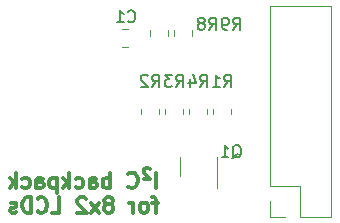
<source format=gbr>
%TF.GenerationSoftware,KiCad,Pcbnew,7.0.9*%
%TF.CreationDate,2024-02-11T18:26:08+01:00*%
%TF.ProjectId,8x2 backpack,38783220-6261-4636-9b70-61636b2e6b69,rev?*%
%TF.SameCoordinates,Original*%
%TF.FileFunction,Legend,Bot*%
%TF.FilePolarity,Positive*%
%FSLAX46Y46*%
G04 Gerber Fmt 4.6, Leading zero omitted, Abs format (unit mm)*
G04 Created by KiCad (PCBNEW 7.0.9) date 2024-02-11 18:26:08*
%MOMM*%
%LPD*%
G01*
G04 APERTURE LIST*
%ADD10C,0.300000*%
%ADD11C,0.150000*%
%ADD12C,0.120000*%
G04 APERTURE END LIST*
D10*
X48515108Y-50564304D02*
X48515108Y-49264304D01*
X47957964Y-48954780D02*
X47834155Y-48892876D01*
X47834155Y-48892876D02*
X47648441Y-48892876D01*
X47648441Y-48892876D02*
X47524631Y-48954780D01*
X47524631Y-48954780D02*
X47462726Y-49078590D01*
X47462726Y-49078590D02*
X47462726Y-49202400D01*
X47462726Y-49202400D02*
X47524631Y-49326209D01*
X47524631Y-49326209D02*
X47957964Y-49759542D01*
X47957964Y-49759542D02*
X47462726Y-49759542D01*
X46162727Y-50440495D02*
X46224631Y-50502400D01*
X46224631Y-50502400D02*
X46410346Y-50564304D01*
X46410346Y-50564304D02*
X46534155Y-50564304D01*
X46534155Y-50564304D02*
X46719869Y-50502400D01*
X46719869Y-50502400D02*
X46843679Y-50378590D01*
X46843679Y-50378590D02*
X46905584Y-50254780D01*
X46905584Y-50254780D02*
X46967488Y-50007161D01*
X46967488Y-50007161D02*
X46967488Y-49821447D01*
X46967488Y-49821447D02*
X46905584Y-49573828D01*
X46905584Y-49573828D02*
X46843679Y-49450019D01*
X46843679Y-49450019D02*
X46719869Y-49326209D01*
X46719869Y-49326209D02*
X46534155Y-49264304D01*
X46534155Y-49264304D02*
X46410346Y-49264304D01*
X46410346Y-49264304D02*
X46224631Y-49326209D01*
X46224631Y-49326209D02*
X46162727Y-49388114D01*
X44615108Y-50564304D02*
X44615108Y-49264304D01*
X44615108Y-49759542D02*
X44491298Y-49697638D01*
X44491298Y-49697638D02*
X44243679Y-49697638D01*
X44243679Y-49697638D02*
X44119870Y-49759542D01*
X44119870Y-49759542D02*
X44057965Y-49821447D01*
X44057965Y-49821447D02*
X43996060Y-49945257D01*
X43996060Y-49945257D02*
X43996060Y-50316685D01*
X43996060Y-50316685D02*
X44057965Y-50440495D01*
X44057965Y-50440495D02*
X44119870Y-50502400D01*
X44119870Y-50502400D02*
X44243679Y-50564304D01*
X44243679Y-50564304D02*
X44491298Y-50564304D01*
X44491298Y-50564304D02*
X44615108Y-50502400D01*
X42881775Y-50564304D02*
X42881775Y-49883352D01*
X42881775Y-49883352D02*
X42943680Y-49759542D01*
X42943680Y-49759542D02*
X43067489Y-49697638D01*
X43067489Y-49697638D02*
X43315108Y-49697638D01*
X43315108Y-49697638D02*
X43438918Y-49759542D01*
X42881775Y-50502400D02*
X43005584Y-50564304D01*
X43005584Y-50564304D02*
X43315108Y-50564304D01*
X43315108Y-50564304D02*
X43438918Y-50502400D01*
X43438918Y-50502400D02*
X43500822Y-50378590D01*
X43500822Y-50378590D02*
X43500822Y-50254780D01*
X43500822Y-50254780D02*
X43438918Y-50130971D01*
X43438918Y-50130971D02*
X43315108Y-50069066D01*
X43315108Y-50069066D02*
X43005584Y-50069066D01*
X43005584Y-50069066D02*
X42881775Y-50007161D01*
X41705585Y-50502400D02*
X41829394Y-50564304D01*
X41829394Y-50564304D02*
X42077013Y-50564304D01*
X42077013Y-50564304D02*
X42200823Y-50502400D01*
X42200823Y-50502400D02*
X42262728Y-50440495D01*
X42262728Y-50440495D02*
X42324632Y-50316685D01*
X42324632Y-50316685D02*
X42324632Y-49945257D01*
X42324632Y-49945257D02*
X42262728Y-49821447D01*
X42262728Y-49821447D02*
X42200823Y-49759542D01*
X42200823Y-49759542D02*
X42077013Y-49697638D01*
X42077013Y-49697638D02*
X41829394Y-49697638D01*
X41829394Y-49697638D02*
X41705585Y-49759542D01*
X41148442Y-50564304D02*
X41148442Y-49264304D01*
X41024632Y-50069066D02*
X40653204Y-50564304D01*
X40653204Y-49697638D02*
X41148442Y-50192876D01*
X40096061Y-49697638D02*
X40096061Y-50997638D01*
X40096061Y-49759542D02*
X39972251Y-49697638D01*
X39972251Y-49697638D02*
X39724632Y-49697638D01*
X39724632Y-49697638D02*
X39600823Y-49759542D01*
X39600823Y-49759542D02*
X39538918Y-49821447D01*
X39538918Y-49821447D02*
X39477013Y-49945257D01*
X39477013Y-49945257D02*
X39477013Y-50316685D01*
X39477013Y-50316685D02*
X39538918Y-50440495D01*
X39538918Y-50440495D02*
X39600823Y-50502400D01*
X39600823Y-50502400D02*
X39724632Y-50564304D01*
X39724632Y-50564304D02*
X39972251Y-50564304D01*
X39972251Y-50564304D02*
X40096061Y-50502400D01*
X38362728Y-50564304D02*
X38362728Y-49883352D01*
X38362728Y-49883352D02*
X38424633Y-49759542D01*
X38424633Y-49759542D02*
X38548442Y-49697638D01*
X38548442Y-49697638D02*
X38796061Y-49697638D01*
X38796061Y-49697638D02*
X38919871Y-49759542D01*
X38362728Y-50502400D02*
X38486537Y-50564304D01*
X38486537Y-50564304D02*
X38796061Y-50564304D01*
X38796061Y-50564304D02*
X38919871Y-50502400D01*
X38919871Y-50502400D02*
X38981775Y-50378590D01*
X38981775Y-50378590D02*
X38981775Y-50254780D01*
X38981775Y-50254780D02*
X38919871Y-50130971D01*
X38919871Y-50130971D02*
X38796061Y-50069066D01*
X38796061Y-50069066D02*
X38486537Y-50069066D01*
X38486537Y-50069066D02*
X38362728Y-50007161D01*
X37186538Y-50502400D02*
X37310347Y-50564304D01*
X37310347Y-50564304D02*
X37557966Y-50564304D01*
X37557966Y-50564304D02*
X37681776Y-50502400D01*
X37681776Y-50502400D02*
X37743681Y-50440495D01*
X37743681Y-50440495D02*
X37805585Y-50316685D01*
X37805585Y-50316685D02*
X37805585Y-49945257D01*
X37805585Y-49945257D02*
X37743681Y-49821447D01*
X37743681Y-49821447D02*
X37681776Y-49759542D01*
X37681776Y-49759542D02*
X37557966Y-49697638D01*
X37557966Y-49697638D02*
X37310347Y-49697638D01*
X37310347Y-49697638D02*
X37186538Y-49759542D01*
X36629395Y-50564304D02*
X36629395Y-49264304D01*
X36505585Y-50069066D02*
X36134157Y-50564304D01*
X36134157Y-49697638D02*
X36629395Y-50192876D01*
X48700822Y-51790638D02*
X48205584Y-51790638D01*
X48515108Y-52657304D02*
X48515108Y-51543019D01*
X48515108Y-51543019D02*
X48453203Y-51419209D01*
X48453203Y-51419209D02*
X48329393Y-51357304D01*
X48329393Y-51357304D02*
X48205584Y-51357304D01*
X47586536Y-52657304D02*
X47710346Y-52595400D01*
X47710346Y-52595400D02*
X47772251Y-52533495D01*
X47772251Y-52533495D02*
X47834155Y-52409685D01*
X47834155Y-52409685D02*
X47834155Y-52038257D01*
X47834155Y-52038257D02*
X47772251Y-51914447D01*
X47772251Y-51914447D02*
X47710346Y-51852542D01*
X47710346Y-51852542D02*
X47586536Y-51790638D01*
X47586536Y-51790638D02*
X47400822Y-51790638D01*
X47400822Y-51790638D02*
X47277013Y-51852542D01*
X47277013Y-51852542D02*
X47215108Y-51914447D01*
X47215108Y-51914447D02*
X47153203Y-52038257D01*
X47153203Y-52038257D02*
X47153203Y-52409685D01*
X47153203Y-52409685D02*
X47215108Y-52533495D01*
X47215108Y-52533495D02*
X47277013Y-52595400D01*
X47277013Y-52595400D02*
X47400822Y-52657304D01*
X47400822Y-52657304D02*
X47586536Y-52657304D01*
X46596061Y-52657304D02*
X46596061Y-51790638D01*
X46596061Y-52038257D02*
X46534156Y-51914447D01*
X46534156Y-51914447D02*
X46472251Y-51852542D01*
X46472251Y-51852542D02*
X46348442Y-51790638D01*
X46348442Y-51790638D02*
X46224632Y-51790638D01*
X44615108Y-51914447D02*
X44738918Y-51852542D01*
X44738918Y-51852542D02*
X44800823Y-51790638D01*
X44800823Y-51790638D02*
X44862727Y-51666828D01*
X44862727Y-51666828D02*
X44862727Y-51604923D01*
X44862727Y-51604923D02*
X44800823Y-51481114D01*
X44800823Y-51481114D02*
X44738918Y-51419209D01*
X44738918Y-51419209D02*
X44615108Y-51357304D01*
X44615108Y-51357304D02*
X44367489Y-51357304D01*
X44367489Y-51357304D02*
X44243680Y-51419209D01*
X44243680Y-51419209D02*
X44181775Y-51481114D01*
X44181775Y-51481114D02*
X44119870Y-51604923D01*
X44119870Y-51604923D02*
X44119870Y-51666828D01*
X44119870Y-51666828D02*
X44181775Y-51790638D01*
X44181775Y-51790638D02*
X44243680Y-51852542D01*
X44243680Y-51852542D02*
X44367489Y-51914447D01*
X44367489Y-51914447D02*
X44615108Y-51914447D01*
X44615108Y-51914447D02*
X44738918Y-51976352D01*
X44738918Y-51976352D02*
X44800823Y-52038257D01*
X44800823Y-52038257D02*
X44862727Y-52162066D01*
X44862727Y-52162066D02*
X44862727Y-52409685D01*
X44862727Y-52409685D02*
X44800823Y-52533495D01*
X44800823Y-52533495D02*
X44738918Y-52595400D01*
X44738918Y-52595400D02*
X44615108Y-52657304D01*
X44615108Y-52657304D02*
X44367489Y-52657304D01*
X44367489Y-52657304D02*
X44243680Y-52595400D01*
X44243680Y-52595400D02*
X44181775Y-52533495D01*
X44181775Y-52533495D02*
X44119870Y-52409685D01*
X44119870Y-52409685D02*
X44119870Y-52162066D01*
X44119870Y-52162066D02*
X44181775Y-52038257D01*
X44181775Y-52038257D02*
X44243680Y-51976352D01*
X44243680Y-51976352D02*
X44367489Y-51914447D01*
X43686537Y-52657304D02*
X43005585Y-51790638D01*
X43686537Y-51790638D02*
X43005585Y-52657304D01*
X42572251Y-51481114D02*
X42510347Y-51419209D01*
X42510347Y-51419209D02*
X42386537Y-51357304D01*
X42386537Y-51357304D02*
X42077013Y-51357304D01*
X42077013Y-51357304D02*
X41953204Y-51419209D01*
X41953204Y-51419209D02*
X41891299Y-51481114D01*
X41891299Y-51481114D02*
X41829394Y-51604923D01*
X41829394Y-51604923D02*
X41829394Y-51728733D01*
X41829394Y-51728733D02*
X41891299Y-51914447D01*
X41891299Y-51914447D02*
X42634156Y-52657304D01*
X42634156Y-52657304D02*
X41829394Y-52657304D01*
X39662728Y-52657304D02*
X40281776Y-52657304D01*
X40281776Y-52657304D02*
X40281776Y-51357304D01*
X38486538Y-52533495D02*
X38548442Y-52595400D01*
X38548442Y-52595400D02*
X38734157Y-52657304D01*
X38734157Y-52657304D02*
X38857966Y-52657304D01*
X38857966Y-52657304D02*
X39043680Y-52595400D01*
X39043680Y-52595400D02*
X39167490Y-52471590D01*
X39167490Y-52471590D02*
X39229395Y-52347780D01*
X39229395Y-52347780D02*
X39291299Y-52100161D01*
X39291299Y-52100161D02*
X39291299Y-51914447D01*
X39291299Y-51914447D02*
X39229395Y-51666828D01*
X39229395Y-51666828D02*
X39167490Y-51543019D01*
X39167490Y-51543019D02*
X39043680Y-51419209D01*
X39043680Y-51419209D02*
X38857966Y-51357304D01*
X38857966Y-51357304D02*
X38734157Y-51357304D01*
X38734157Y-51357304D02*
X38548442Y-51419209D01*
X38548442Y-51419209D02*
X38486538Y-51481114D01*
X37929395Y-52657304D02*
X37929395Y-51357304D01*
X37929395Y-51357304D02*
X37619871Y-51357304D01*
X37619871Y-51357304D02*
X37434157Y-51419209D01*
X37434157Y-51419209D02*
X37310347Y-51543019D01*
X37310347Y-51543019D02*
X37248442Y-51666828D01*
X37248442Y-51666828D02*
X37186538Y-51914447D01*
X37186538Y-51914447D02*
X37186538Y-52100161D01*
X37186538Y-52100161D02*
X37248442Y-52347780D01*
X37248442Y-52347780D02*
X37310347Y-52471590D01*
X37310347Y-52471590D02*
X37434157Y-52595400D01*
X37434157Y-52595400D02*
X37619871Y-52657304D01*
X37619871Y-52657304D02*
X37929395Y-52657304D01*
X36691299Y-52595400D02*
X36567490Y-52657304D01*
X36567490Y-52657304D02*
X36319871Y-52657304D01*
X36319871Y-52657304D02*
X36196061Y-52595400D01*
X36196061Y-52595400D02*
X36134157Y-52471590D01*
X36134157Y-52471590D02*
X36134157Y-52409685D01*
X36134157Y-52409685D02*
X36196061Y-52285876D01*
X36196061Y-52285876D02*
X36319871Y-52223971D01*
X36319871Y-52223971D02*
X36505585Y-52223971D01*
X36505585Y-52223971D02*
X36629395Y-52162066D01*
X36629395Y-52162066D02*
X36691299Y-52038257D01*
X36691299Y-52038257D02*
X36691299Y-51976352D01*
X36691299Y-51976352D02*
X36629395Y-51852542D01*
X36629395Y-51852542D02*
X36505585Y-51790638D01*
X36505585Y-51790638D02*
X36319871Y-51790638D01*
X36319871Y-51790638D02*
X36196061Y-51852542D01*
D11*
X48172666Y-41983819D02*
X48505999Y-41507628D01*
X48744094Y-41983819D02*
X48744094Y-40983819D01*
X48744094Y-40983819D02*
X48363142Y-40983819D01*
X48363142Y-40983819D02*
X48267904Y-41031438D01*
X48267904Y-41031438D02*
X48220285Y-41079057D01*
X48220285Y-41079057D02*
X48172666Y-41174295D01*
X48172666Y-41174295D02*
X48172666Y-41317152D01*
X48172666Y-41317152D02*
X48220285Y-41412390D01*
X48220285Y-41412390D02*
X48267904Y-41460009D01*
X48267904Y-41460009D02*
X48363142Y-41507628D01*
X48363142Y-41507628D02*
X48744094Y-41507628D01*
X47791713Y-41079057D02*
X47744094Y-41031438D01*
X47744094Y-41031438D02*
X47648856Y-40983819D01*
X47648856Y-40983819D02*
X47410761Y-40983819D01*
X47410761Y-40983819D02*
X47315523Y-41031438D01*
X47315523Y-41031438D02*
X47267904Y-41079057D01*
X47267904Y-41079057D02*
X47220285Y-41174295D01*
X47220285Y-41174295D02*
X47220285Y-41269533D01*
X47220285Y-41269533D02*
X47267904Y-41412390D01*
X47267904Y-41412390D02*
X47839332Y-41983819D01*
X47839332Y-41983819D02*
X47220285Y-41983819D01*
X54268666Y-41983819D02*
X54601999Y-41507628D01*
X54840094Y-41983819D02*
X54840094Y-40983819D01*
X54840094Y-40983819D02*
X54459142Y-40983819D01*
X54459142Y-40983819D02*
X54363904Y-41031438D01*
X54363904Y-41031438D02*
X54316285Y-41079057D01*
X54316285Y-41079057D02*
X54268666Y-41174295D01*
X54268666Y-41174295D02*
X54268666Y-41317152D01*
X54268666Y-41317152D02*
X54316285Y-41412390D01*
X54316285Y-41412390D02*
X54363904Y-41460009D01*
X54363904Y-41460009D02*
X54459142Y-41507628D01*
X54459142Y-41507628D02*
X54840094Y-41507628D01*
X53316285Y-41983819D02*
X53887713Y-41983819D01*
X53601999Y-41983819D02*
X53601999Y-40983819D01*
X53601999Y-40983819D02*
X53697237Y-41126676D01*
X53697237Y-41126676D02*
X53792475Y-41221914D01*
X53792475Y-41221914D02*
X53887713Y-41269533D01*
X46140666Y-36427580D02*
X46188285Y-36475200D01*
X46188285Y-36475200D02*
X46331142Y-36522819D01*
X46331142Y-36522819D02*
X46426380Y-36522819D01*
X46426380Y-36522819D02*
X46569237Y-36475200D01*
X46569237Y-36475200D02*
X46664475Y-36379961D01*
X46664475Y-36379961D02*
X46712094Y-36284723D01*
X46712094Y-36284723D02*
X46759713Y-36094247D01*
X46759713Y-36094247D02*
X46759713Y-35951390D01*
X46759713Y-35951390D02*
X46712094Y-35760914D01*
X46712094Y-35760914D02*
X46664475Y-35665676D01*
X46664475Y-35665676D02*
X46569237Y-35570438D01*
X46569237Y-35570438D02*
X46426380Y-35522819D01*
X46426380Y-35522819D02*
X46331142Y-35522819D01*
X46331142Y-35522819D02*
X46188285Y-35570438D01*
X46188285Y-35570438D02*
X46140666Y-35618057D01*
X45188285Y-36522819D02*
X45759713Y-36522819D01*
X45473999Y-36522819D02*
X45473999Y-35522819D01*
X45473999Y-35522819D02*
X45569237Y-35665676D01*
X45569237Y-35665676D02*
X45664475Y-35760914D01*
X45664475Y-35760914D02*
X45759713Y-35808533D01*
X55030666Y-37157819D02*
X55363999Y-36681628D01*
X55602094Y-37157819D02*
X55602094Y-36157819D01*
X55602094Y-36157819D02*
X55221142Y-36157819D01*
X55221142Y-36157819D02*
X55125904Y-36205438D01*
X55125904Y-36205438D02*
X55078285Y-36253057D01*
X55078285Y-36253057D02*
X55030666Y-36348295D01*
X55030666Y-36348295D02*
X55030666Y-36491152D01*
X55030666Y-36491152D02*
X55078285Y-36586390D01*
X55078285Y-36586390D02*
X55125904Y-36634009D01*
X55125904Y-36634009D02*
X55221142Y-36681628D01*
X55221142Y-36681628D02*
X55602094Y-36681628D01*
X54554475Y-37157819D02*
X54363999Y-37157819D01*
X54363999Y-37157819D02*
X54268761Y-37110200D01*
X54268761Y-37110200D02*
X54221142Y-37062580D01*
X54221142Y-37062580D02*
X54125904Y-36919723D01*
X54125904Y-36919723D02*
X54078285Y-36729247D01*
X54078285Y-36729247D02*
X54078285Y-36348295D01*
X54078285Y-36348295D02*
X54125904Y-36253057D01*
X54125904Y-36253057D02*
X54173523Y-36205438D01*
X54173523Y-36205438D02*
X54268761Y-36157819D01*
X54268761Y-36157819D02*
X54459237Y-36157819D01*
X54459237Y-36157819D02*
X54554475Y-36205438D01*
X54554475Y-36205438D02*
X54602094Y-36253057D01*
X54602094Y-36253057D02*
X54649713Y-36348295D01*
X54649713Y-36348295D02*
X54649713Y-36586390D01*
X54649713Y-36586390D02*
X54602094Y-36681628D01*
X54602094Y-36681628D02*
X54554475Y-36729247D01*
X54554475Y-36729247D02*
X54459237Y-36776866D01*
X54459237Y-36776866D02*
X54268761Y-36776866D01*
X54268761Y-36776866D02*
X54173523Y-36729247D01*
X54173523Y-36729247D02*
X54125904Y-36681628D01*
X54125904Y-36681628D02*
X54078285Y-36586390D01*
X52998666Y-37157819D02*
X53331999Y-36681628D01*
X53570094Y-37157819D02*
X53570094Y-36157819D01*
X53570094Y-36157819D02*
X53189142Y-36157819D01*
X53189142Y-36157819D02*
X53093904Y-36205438D01*
X53093904Y-36205438D02*
X53046285Y-36253057D01*
X53046285Y-36253057D02*
X52998666Y-36348295D01*
X52998666Y-36348295D02*
X52998666Y-36491152D01*
X52998666Y-36491152D02*
X53046285Y-36586390D01*
X53046285Y-36586390D02*
X53093904Y-36634009D01*
X53093904Y-36634009D02*
X53189142Y-36681628D01*
X53189142Y-36681628D02*
X53570094Y-36681628D01*
X52427237Y-36586390D02*
X52522475Y-36538771D01*
X52522475Y-36538771D02*
X52570094Y-36491152D01*
X52570094Y-36491152D02*
X52617713Y-36395914D01*
X52617713Y-36395914D02*
X52617713Y-36348295D01*
X52617713Y-36348295D02*
X52570094Y-36253057D01*
X52570094Y-36253057D02*
X52522475Y-36205438D01*
X52522475Y-36205438D02*
X52427237Y-36157819D01*
X52427237Y-36157819D02*
X52236761Y-36157819D01*
X52236761Y-36157819D02*
X52141523Y-36205438D01*
X52141523Y-36205438D02*
X52093904Y-36253057D01*
X52093904Y-36253057D02*
X52046285Y-36348295D01*
X52046285Y-36348295D02*
X52046285Y-36395914D01*
X52046285Y-36395914D02*
X52093904Y-36491152D01*
X52093904Y-36491152D02*
X52141523Y-36538771D01*
X52141523Y-36538771D02*
X52236761Y-36586390D01*
X52236761Y-36586390D02*
X52427237Y-36586390D01*
X52427237Y-36586390D02*
X52522475Y-36634009D01*
X52522475Y-36634009D02*
X52570094Y-36681628D01*
X52570094Y-36681628D02*
X52617713Y-36776866D01*
X52617713Y-36776866D02*
X52617713Y-36967342D01*
X52617713Y-36967342D02*
X52570094Y-37062580D01*
X52570094Y-37062580D02*
X52522475Y-37110200D01*
X52522475Y-37110200D02*
X52427237Y-37157819D01*
X52427237Y-37157819D02*
X52236761Y-37157819D01*
X52236761Y-37157819D02*
X52141523Y-37110200D01*
X52141523Y-37110200D02*
X52093904Y-37062580D01*
X52093904Y-37062580D02*
X52046285Y-36967342D01*
X52046285Y-36967342D02*
X52046285Y-36776866D01*
X52046285Y-36776866D02*
X52093904Y-36681628D01*
X52093904Y-36681628D02*
X52141523Y-36634009D01*
X52141523Y-36634009D02*
X52236761Y-36586390D01*
X54959238Y-48048057D02*
X55054476Y-48000438D01*
X55054476Y-48000438D02*
X55149714Y-47905200D01*
X55149714Y-47905200D02*
X55292571Y-47762342D01*
X55292571Y-47762342D02*
X55387809Y-47714723D01*
X55387809Y-47714723D02*
X55483047Y-47714723D01*
X55435428Y-47952819D02*
X55530666Y-47905200D01*
X55530666Y-47905200D02*
X55625904Y-47809961D01*
X55625904Y-47809961D02*
X55673523Y-47619485D01*
X55673523Y-47619485D02*
X55673523Y-47286152D01*
X55673523Y-47286152D02*
X55625904Y-47095676D01*
X55625904Y-47095676D02*
X55530666Y-47000438D01*
X55530666Y-47000438D02*
X55435428Y-46952819D01*
X55435428Y-46952819D02*
X55244952Y-46952819D01*
X55244952Y-46952819D02*
X55149714Y-47000438D01*
X55149714Y-47000438D02*
X55054476Y-47095676D01*
X55054476Y-47095676D02*
X55006857Y-47286152D01*
X55006857Y-47286152D02*
X55006857Y-47619485D01*
X55006857Y-47619485D02*
X55054476Y-47809961D01*
X55054476Y-47809961D02*
X55149714Y-47905200D01*
X55149714Y-47905200D02*
X55244952Y-47952819D01*
X55244952Y-47952819D02*
X55435428Y-47952819D01*
X54054476Y-47952819D02*
X54625904Y-47952819D01*
X54340190Y-47952819D02*
X54340190Y-46952819D01*
X54340190Y-46952819D02*
X54435428Y-47095676D01*
X54435428Y-47095676D02*
X54530666Y-47190914D01*
X54530666Y-47190914D02*
X54625904Y-47238533D01*
X50204666Y-41983819D02*
X50537999Y-41507628D01*
X50776094Y-41983819D02*
X50776094Y-40983819D01*
X50776094Y-40983819D02*
X50395142Y-40983819D01*
X50395142Y-40983819D02*
X50299904Y-41031438D01*
X50299904Y-41031438D02*
X50252285Y-41079057D01*
X50252285Y-41079057D02*
X50204666Y-41174295D01*
X50204666Y-41174295D02*
X50204666Y-41317152D01*
X50204666Y-41317152D02*
X50252285Y-41412390D01*
X50252285Y-41412390D02*
X50299904Y-41460009D01*
X50299904Y-41460009D02*
X50395142Y-41507628D01*
X50395142Y-41507628D02*
X50776094Y-41507628D01*
X49871332Y-40983819D02*
X49252285Y-40983819D01*
X49252285Y-40983819D02*
X49585618Y-41364771D01*
X49585618Y-41364771D02*
X49442761Y-41364771D01*
X49442761Y-41364771D02*
X49347523Y-41412390D01*
X49347523Y-41412390D02*
X49299904Y-41460009D01*
X49299904Y-41460009D02*
X49252285Y-41555247D01*
X49252285Y-41555247D02*
X49252285Y-41793342D01*
X49252285Y-41793342D02*
X49299904Y-41888580D01*
X49299904Y-41888580D02*
X49347523Y-41936200D01*
X49347523Y-41936200D02*
X49442761Y-41983819D01*
X49442761Y-41983819D02*
X49728475Y-41983819D01*
X49728475Y-41983819D02*
X49823713Y-41936200D01*
X49823713Y-41936200D02*
X49871332Y-41888580D01*
X52236666Y-41983819D02*
X52569999Y-41507628D01*
X52808094Y-41983819D02*
X52808094Y-40983819D01*
X52808094Y-40983819D02*
X52427142Y-40983819D01*
X52427142Y-40983819D02*
X52331904Y-41031438D01*
X52331904Y-41031438D02*
X52284285Y-41079057D01*
X52284285Y-41079057D02*
X52236666Y-41174295D01*
X52236666Y-41174295D02*
X52236666Y-41317152D01*
X52236666Y-41317152D02*
X52284285Y-41412390D01*
X52284285Y-41412390D02*
X52331904Y-41460009D01*
X52331904Y-41460009D02*
X52427142Y-41507628D01*
X52427142Y-41507628D02*
X52808094Y-41507628D01*
X51379523Y-41317152D02*
X51379523Y-41983819D01*
X51617618Y-40936200D02*
X51855713Y-41650485D01*
X51855713Y-41650485D02*
X51236666Y-41650485D01*
D12*
%TO.C,R2*%
X47271000Y-44296064D02*
X47271000Y-43841936D01*
X48741000Y-44296064D02*
X48741000Y-43841936D01*
%TO.C,R1*%
X53367000Y-43841936D02*
X53367000Y-44296064D01*
X54837000Y-43841936D02*
X54837000Y-44296064D01*
%TO.C,C1*%
X45646748Y-37111000D02*
X46169252Y-37111000D01*
X45646748Y-38581000D02*
X46169252Y-38581000D01*
%TO.C,R9*%
X51535000Y-37668564D02*
X51535000Y-37214436D01*
X50065000Y-37668564D02*
X50065000Y-37214436D01*
%TO.C,R8*%
X49503000Y-37668564D02*
X49503000Y-37214436D01*
X48033000Y-37668564D02*
X48033000Y-37214436D01*
%TO.C,Q1*%
X50510000Y-48762500D02*
X50510000Y-49562500D01*
X50510000Y-48762500D02*
X50510000Y-47962500D01*
X53630000Y-48762500D02*
X53630000Y-50562500D01*
X53630000Y-48762500D02*
X53630000Y-47962500D01*
%TO.C,R3*%
X49303000Y-44296064D02*
X49303000Y-43841936D01*
X50773000Y-44296064D02*
X50773000Y-43841936D01*
%TO.C,J1*%
X58130000Y-35110000D02*
X63330000Y-35110000D01*
X58130000Y-50410000D02*
X58130000Y-35110000D01*
X58130000Y-50410000D02*
X60730000Y-50410000D01*
X58130000Y-51680000D02*
X58130000Y-53010000D01*
X58130000Y-53010000D02*
X59460000Y-53010000D01*
X60730000Y-50410000D02*
X60730000Y-53010000D01*
X60730000Y-53010000D02*
X63330000Y-53010000D01*
X63330000Y-53010000D02*
X63330000Y-35110000D01*
%TO.C,R4*%
X52805000Y-44296064D02*
X52805000Y-43841936D01*
X51335000Y-44296064D02*
X51335000Y-43841936D01*
%TD*%
M02*

</source>
